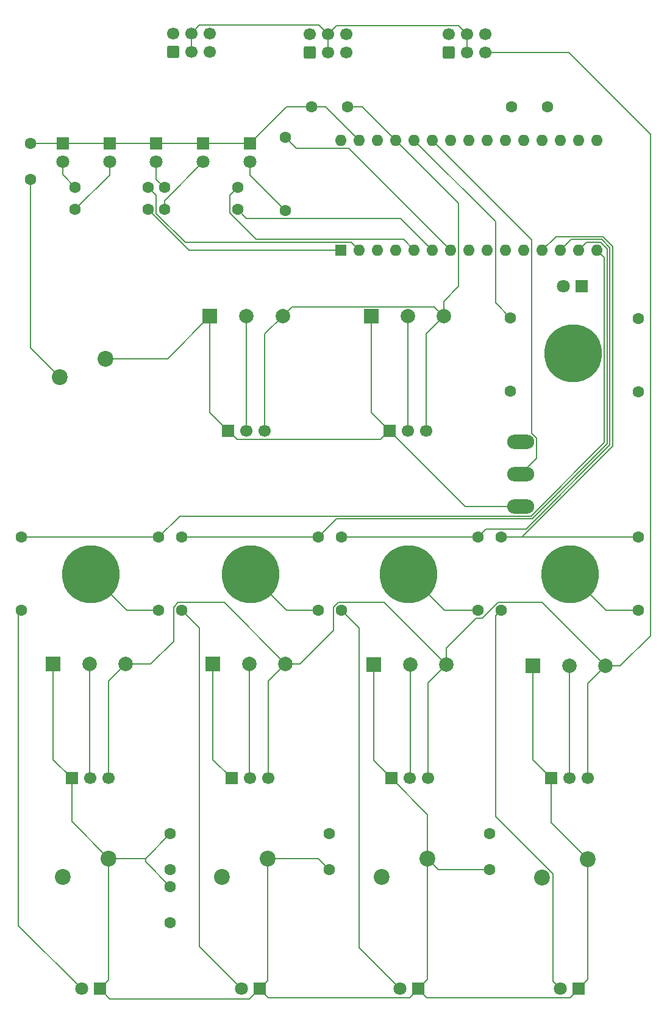
<source format=gbr>
%TF.GenerationSoftware,KiCad,Pcbnew,9.0.6*%
%TF.CreationDate,2026-01-21T23:10:30+11:00*%
%TF.ProjectId,pattern-sequencer,70617474-6572-46e2-9d73-657175656e63,rev?*%
%TF.SameCoordinates,Original*%
%TF.FileFunction,Copper,L2,Bot*%
%TF.FilePolarity,Positive*%
%FSLAX46Y46*%
G04 Gerber Fmt 4.6, Leading zero omitted, Abs format (unit mm)*
G04 Created by KiCad (PCBNEW 9.0.6) date 2026-01-21 23:10:30*
%MOMM*%
%LPD*%
G01*
G04 APERTURE LIST*
G04 Aperture macros list*
%AMRoundRect*
0 Rectangle with rounded corners*
0 $1 Rounding radius*
0 $2 $3 $4 $5 $6 $7 $8 $9 X,Y pos of 4 corners*
0 Add a 4 corners polygon primitive as box body*
4,1,4,$2,$3,$4,$5,$6,$7,$8,$9,$2,$3,0*
0 Add four circle primitives for the rounded corners*
1,1,$1+$1,$2,$3*
1,1,$1+$1,$4,$5*
1,1,$1+$1,$6,$7*
1,1,$1+$1,$8,$9*
0 Add four rect primitives between the rounded corners*
20,1,$1+$1,$2,$3,$4,$5,0*
20,1,$1+$1,$4,$5,$6,$7,0*
20,1,$1+$1,$6,$7,$8,$9,0*
20,1,$1+$1,$8,$9,$2,$3,0*%
G04 Aperture macros list end*
%TA.AperFunction,ComponentPad*%
%ADD10C,2.200000*%
%TD*%
%TA.AperFunction,ComponentPad*%
%ADD11R,1.800000X1.800000*%
%TD*%
%TA.AperFunction,ComponentPad*%
%ADD12C,1.800000*%
%TD*%
%TA.AperFunction,ComponentPad*%
%ADD13C,1.600000*%
%TD*%
%TA.AperFunction,ComponentPad*%
%ADD14RoundRect,0.250000X0.600000X-0.600000X0.600000X0.600000X-0.600000X0.600000X-0.600000X-0.600000X0*%
%TD*%
%TA.AperFunction,ComponentPad*%
%ADD15C,1.700000*%
%TD*%
%TA.AperFunction,ComponentPad*%
%ADD16R,2.000000X2.000000*%
%TD*%
%TA.AperFunction,ComponentPad*%
%ADD17C,2.000000*%
%TD*%
%TA.AperFunction,ComponentPad*%
%ADD18R,1.700000X1.700000*%
%TD*%
%TA.AperFunction,ComponentPad*%
%ADD19C,8.000000*%
%TD*%
%TA.AperFunction,ComponentPad*%
%ADD20R,1.600000X1.600000*%
%TD*%
%TA.AperFunction,ComponentPad*%
%ADD21O,1.600000X1.600000*%
%TD*%
%TA.AperFunction,ComponentPad*%
%ADD22O,3.750000X2.000000*%
%TD*%
%TA.AperFunction,Conductor*%
%ADD23C,0.200000*%
%TD*%
G04 APERTURE END LIST*
D10*
%TO.P,SW2,1,1*%
%TO.N,GND*%
X97650000Y-140160000D03*
%TO.P,SW2,2,2*%
%TO.N,Net-(A1-D6)*%
X91300000Y-142700000D03*
%TD*%
D11*
%TO.P,D8,1,K*%
%TO.N,GND*%
X82200000Y-40925000D03*
D12*
%TO.P,D8,2,A*%
%TO.N,Net-(D8-A)*%
X82200000Y-43465000D03*
%TD*%
D13*
%TO.P,R7,1*%
%TO.N,Net-(D4-A)*%
X130100000Y-105680000D03*
%TO.P,R7,2*%
%TO.N,Net-(A1-D9)*%
X130100000Y-95520000D03*
%TD*%
%TO.P,R6,1*%
%TO.N,Net-(J8-Pin_1)*%
X126900000Y-105680000D03*
%TO.P,R6,2*%
%TO.N,Net-(A1-D10)*%
X126900000Y-95520000D03*
%TD*%
%TO.P,C5,1*%
%TO.N,Net-(A1-D8)*%
X128500000Y-136700000D03*
%TO.P,C5,2*%
%TO.N,GND*%
X128500000Y-141700000D03*
%TD*%
D14*
%TO.P,J1,1,Pin_1*%
%TO.N,12V*%
X84520000Y-28200000D03*
D15*
%TO.P,J1,2,Pin_2*%
%TO.N,-12V*%
X84520000Y-25660000D03*
%TO.P,J1,3,Pin_3*%
%TO.N,GND*%
X87060000Y-28200000D03*
%TO.P,J1,4,Pin_4*%
X87060000Y-25660000D03*
%TO.P,J1,5,Pin_5*%
%TO.N,5V*%
X89600000Y-28200000D03*
%TO.P,J1,6,Pin_6*%
%TO.N,unconnected-(J1-Pin_6-Pad6)*%
X89600000Y-25660000D03*
%TD*%
D16*
%TO.P,J14,1,Pin_1*%
%TO.N,GND*%
X134520000Y-113400000D03*
D17*
%TO.P,J14,2,Pin_2*%
%TO.N,Net-(A1-A5)*%
X139600000Y-113400000D03*
%TO.P,J14,3,Pin_3*%
%TO.N,5V*%
X144600000Y-113400000D03*
%TD*%
D13*
%TO.P,C6,1*%
%TO.N,Net-(A1-D13)*%
X64700000Y-45900000D03*
%TO.P,C6,2*%
%TO.N,GND*%
X64700000Y-40900000D03*
%TD*%
%TO.P,R11,1*%
%TO.N,Net-(D6-A)*%
X70920000Y-46985000D03*
%TO.P,R11,2*%
%TO.N,Net-(A1-D0{slash}RX)*%
X81080000Y-46985000D03*
%TD*%
%TO.P,R3,1*%
%TO.N,Net-(D2-A)*%
X85700000Y-105700000D03*
%TO.P,R3,2*%
%TO.N,Net-(A1-D11)*%
X85700000Y-95540000D03*
%TD*%
D10*
%TO.P,SW1,1,1*%
%TO.N,GND*%
X75600000Y-140100000D03*
%TO.P,SW1,2,2*%
%TO.N,Net-(A1-D5)*%
X69250000Y-142640000D03*
%TD*%
D11*
%TO.P,D6,1,K*%
%TO.N,GND*%
X69200000Y-40925000D03*
D12*
%TO.P,D6,2,A*%
%TO.N,Net-(D6-A)*%
X69200000Y-43465000D03*
%TD*%
D13*
%TO.P,R14,1*%
%TO.N,Net-(D9-A)*%
X83320000Y-50085000D03*
%TO.P,R14,2*%
%TO.N,Net-(A1-D3)*%
X93480000Y-50085000D03*
%TD*%
%TO.P,C2,1*%
%TO.N,Net-(A1-D5)*%
X84100000Y-141700000D03*
%TO.P,C2,2*%
%TO.N,GND*%
X84100000Y-136700000D03*
%TD*%
%TO.P,R8,1*%
%TO.N,Net-(J9-Pin_1)*%
X149100000Y-105700000D03*
%TO.P,R8,2*%
%TO.N,Net-(A1-D9)*%
X149100000Y-95540000D03*
%TD*%
D11*
%TO.P,D4,1,K*%
%TO.N,GND*%
X140875000Y-158200000D03*
D12*
%TO.P,D4,2,A*%
%TO.N,Net-(D4-A)*%
X138335000Y-158200000D03*
%TD*%
D13*
%TO.P,R5,1*%
%TO.N,Net-(D3-A)*%
X107900000Y-105700000D03*
%TO.P,R5,2*%
%TO.N,Net-(A1-D10)*%
X107900000Y-95540000D03*
%TD*%
D14*
%TO.P,J3,1,Pin_1*%
%TO.N,12V*%
X122800000Y-28300000D03*
D15*
%TO.P,J3,2,Pin_2*%
%TO.N,-12V*%
X122800000Y-25760000D03*
%TO.P,J3,3,Pin_3*%
%TO.N,GND*%
X125340000Y-28300000D03*
%TO.P,J3,4,Pin_4*%
X125340000Y-25760000D03*
%TO.P,J3,5,Pin_5*%
%TO.N,5V*%
X127880000Y-28300000D03*
%TO.P,J3,6,Pin_6*%
%TO.N,unconnected-(J3-Pin_6-Pad6)*%
X127880000Y-25760000D03*
%TD*%
D10*
%TO.P,SW3,1,1*%
%TO.N,GND*%
X119860000Y-140160000D03*
%TO.P,SW3,2,2*%
%TO.N,Net-(A1-D7)*%
X113510000Y-142700000D03*
%TD*%
D13*
%TO.P,R10,1*%
%TO.N,Net-(A1-A7)*%
X149100000Y-65220000D03*
%TO.P,R10,2*%
%TO.N,Net-(J4-Pin_1)*%
X149100000Y-75380000D03*
%TD*%
D16*
%TO.P,J10,1,Pin_1*%
%TO.N,GND*%
X89660000Y-64900000D03*
D17*
%TO.P,J10,2,Pin_2*%
%TO.N,Net-(A1-A1)*%
X94740000Y-64900000D03*
%TO.P,J10,3,Pin_3*%
%TO.N,5V*%
X99740000Y-64900000D03*
%TD*%
D13*
%TO.P,C3,1*%
%TO.N,Net-(A1-D6)*%
X84100000Y-149000000D03*
%TO.P,C3,2*%
%TO.N,GND*%
X84100000Y-144000000D03*
%TD*%
D11*
%TO.P,D5,1,K*%
%TO.N,GND*%
X141300000Y-60680000D03*
D12*
%TO.P,D5,2,A*%
%TO.N,Net-(D5-A)*%
X138760000Y-60680000D03*
%TD*%
D16*
%TO.P,J5,1,Pin_1*%
%TO.N,GND*%
X112020000Y-64900000D03*
D17*
%TO.P,J5,2,Pin_2*%
%TO.N,Net-(A1-A0)*%
X117100000Y-64900000D03*
%TO.P,J5,3,Pin_3*%
%TO.N,5V*%
X122100000Y-64900000D03*
%TD*%
D18*
%TO.P,RV2,1,1*%
%TO.N,GND*%
X92200000Y-80812500D03*
D15*
%TO.P,RV2,2,2*%
%TO.N,Net-(A1-A1)*%
X94740000Y-80812500D03*
%TO.P,RV2,3,3*%
%TO.N,5V*%
X97280000Y-80812500D03*
%TD*%
D11*
%TO.P,D3,1,K*%
%TO.N,GND*%
X118575000Y-158200000D03*
D12*
%TO.P,D3,2,A*%
%TO.N,Net-(D3-A)*%
X116035000Y-158200000D03*
%TD*%
D11*
%TO.P,D10,1,K*%
%TO.N,GND*%
X95200000Y-40925000D03*
D12*
%TO.P,D10,2,A*%
%TO.N,Net-(D10-A)*%
X95200000Y-43465000D03*
%TD*%
D10*
%TO.P,SW5,1,1*%
%TO.N,GND*%
X75100000Y-70820000D03*
%TO.P,SW5,2,2*%
%TO.N,Net-(A1-D13)*%
X68750000Y-73360000D03*
%TD*%
D13*
%TO.P,R13,1*%
%TO.N,Net-(D8-A)*%
X83320000Y-46985000D03*
%TO.P,R13,2*%
%TO.N,Net-(A1-D2)*%
X93480000Y-46985000D03*
%TD*%
%TO.P,R4,1*%
%TO.N,Net-(J7-Pin_1)*%
X104700000Y-105700000D03*
%TO.P,R4,2*%
%TO.N,Net-(A1-D11)*%
X104700000Y-95540000D03*
%TD*%
D19*
%TO.P,J8,1,Pin_1*%
%TO.N,Net-(J8-Pin_1)*%
X117200000Y-100700000D03*
%TD*%
D18*
%TO.P,RV4,1,1*%
%TO.N,GND*%
X92660000Y-129000000D03*
D15*
%TO.P,RV4,2,2*%
%TO.N,Net-(A1-A3)*%
X95200000Y-129000000D03*
%TO.P,RV4,3,3*%
%TO.N,5V*%
X97740000Y-129000000D03*
%TD*%
D19*
%TO.P,J6,1,Pin_1*%
%TO.N,Net-(J6-Pin_1)*%
X73100000Y-100700000D03*
%TD*%
D11*
%TO.P,D2,1,K*%
%TO.N,GND*%
X96550000Y-158200000D03*
D12*
%TO.P,D2,2,A*%
%TO.N,Net-(D2-A)*%
X94010000Y-158200000D03*
%TD*%
D13*
%TO.P,R12,1*%
%TO.N,Net-(D7-A)*%
X70920000Y-50085000D03*
%TO.P,R12,2*%
%TO.N,Net-(A1-D1{slash}TX)*%
X81080000Y-50085000D03*
%TD*%
%TO.P,R2,1*%
%TO.N,Net-(J6-Pin_1)*%
X82500000Y-105700000D03*
%TO.P,R2,2*%
%TO.N,Net-(A1-D12)*%
X82500000Y-95540000D03*
%TD*%
%TO.P,R15,1*%
%TO.N,Net-(D10-A)*%
X100100000Y-50185000D03*
%TO.P,R15,2*%
%TO.N,Net-(A1-D4)*%
X100100000Y-40025000D03*
%TD*%
D10*
%TO.P,SW4,1,1*%
%TO.N,GND*%
X142150000Y-140200000D03*
%TO.P,SW4,2,2*%
%TO.N,Net-(A1-D8)*%
X135800000Y-142740000D03*
%TD*%
D18*
%TO.P,RV5,1,1*%
%TO.N,GND*%
X114860000Y-129000000D03*
D15*
%TO.P,RV5,2,2*%
%TO.N,Net-(A1-A4)*%
X117400000Y-129000000D03*
%TO.P,RV5,3,3*%
%TO.N,5V*%
X119940000Y-129000000D03*
%TD*%
D13*
%TO.P,C7,1*%
%TO.N,GND*%
X103720000Y-35800000D03*
%TO.P,C7,2*%
%TO.N,5V*%
X108720000Y-35800000D03*
%TD*%
D11*
%TO.P,D1,1,K*%
%TO.N,GND*%
X74375000Y-158200000D03*
D12*
%TO.P,D1,2,A*%
%TO.N,Net-(D1-A)*%
X71835000Y-158200000D03*
%TD*%
D13*
%TO.P,R1,1*%
%TO.N,Net-(D1-A)*%
X63500000Y-105680000D03*
%TO.P,R1,2*%
%TO.N,Net-(A1-D12)*%
X63500000Y-95520000D03*
%TD*%
%TO.P,R9,1*%
%TO.N,Net-(D5-A)*%
X131400000Y-75280000D03*
%TO.P,R9,2*%
%TO.N,Net-(A1-A7)*%
X131400000Y-65120000D03*
%TD*%
%TO.P,C1,1*%
%TO.N,GND*%
X136520000Y-35800000D03*
%TO.P,C1,2*%
%TO.N,Net-(A1-AREF)*%
X131520000Y-35800000D03*
%TD*%
D16*
%TO.P,J11,1,Pin_1*%
%TO.N,GND*%
X67870000Y-113112500D03*
D17*
%TO.P,J11,2,Pin_2*%
%TO.N,Net-(A1-A2)*%
X72950000Y-113112500D03*
%TO.P,J11,3,Pin_3*%
%TO.N,5V*%
X77950000Y-113112500D03*
%TD*%
D20*
%TO.P,A1,1,D1/TX*%
%TO.N,Net-(A1-D1{slash}TX)*%
X107860000Y-55740000D03*
D21*
%TO.P,A1,2,D0/RX*%
%TO.N,Net-(A1-D0{slash}RX)*%
X110400000Y-55740000D03*
%TO.P,A1,3,~{RESET}*%
%TO.N,unconnected-(A1-~{RESET}-Pad3)*%
X112940000Y-55740000D03*
%TO.P,A1,4,GND*%
%TO.N,GND*%
X115480000Y-55740000D03*
%TO.P,A1,5,D2*%
%TO.N,Net-(A1-D2)*%
X118020000Y-55740000D03*
%TO.P,A1,6,D3*%
%TO.N,Net-(A1-D3)*%
X120560000Y-55740000D03*
%TO.P,A1,7,D4*%
%TO.N,Net-(A1-D4)*%
X123100000Y-55740000D03*
%TO.P,A1,8,D5*%
%TO.N,Net-(A1-D5)*%
X125640000Y-55740000D03*
%TO.P,A1,9,D6*%
%TO.N,Net-(A1-D6)*%
X128180000Y-55740000D03*
%TO.P,A1,10,D7*%
%TO.N,Net-(A1-D7)*%
X130720000Y-55740000D03*
%TO.P,A1,11,D8*%
%TO.N,Net-(A1-D8)*%
X133260000Y-55740000D03*
%TO.P,A1,12,D9*%
%TO.N,Net-(A1-D9)*%
X135800000Y-55740000D03*
%TO.P,A1,13,D10*%
%TO.N,Net-(A1-D10)*%
X138340000Y-55740000D03*
%TO.P,A1,14,D11*%
%TO.N,Net-(A1-D11)*%
X140880000Y-55740000D03*
%TO.P,A1,15,D12*%
%TO.N,Net-(A1-D12)*%
X143420000Y-55740000D03*
%TO.P,A1,16,D13*%
%TO.N,Net-(A1-D13)*%
X143420000Y-40500000D03*
%TO.P,A1,17,3V3*%
%TO.N,unconnected-(A1-3V3-Pad17)*%
X140880000Y-40500000D03*
%TO.P,A1,18,AREF*%
%TO.N,Net-(A1-AREF)*%
X138340000Y-40500000D03*
%TO.P,A1,19,A0*%
%TO.N,Net-(A1-A0)*%
X135800000Y-40500000D03*
%TO.P,A1,20,A1*%
%TO.N,Net-(A1-A1)*%
X133260000Y-40500000D03*
%TO.P,A1,21,A2*%
%TO.N,Net-(A1-A2)*%
X130720000Y-40500000D03*
%TO.P,A1,22,A3*%
%TO.N,Net-(A1-A3)*%
X128180000Y-40500000D03*
%TO.P,A1,23,A4*%
%TO.N,Net-(A1-A4)*%
X125640000Y-40500000D03*
%TO.P,A1,24,A5*%
%TO.N,Net-(A1-A5)*%
X123100000Y-40500000D03*
%TO.P,A1,25,A6*%
%TO.N,Net-(A1-A6)*%
X120560000Y-40500000D03*
%TO.P,A1,26,A7*%
%TO.N,Net-(A1-A7)*%
X118020000Y-40500000D03*
%TO.P,A1,27,+5V*%
%TO.N,5V*%
X115480000Y-40500000D03*
%TO.P,A1,28,~{RESET}*%
%TO.N,unconnected-(A1-~{RESET}-Pad28)*%
X112940000Y-40500000D03*
%TO.P,A1,29,GND*%
%TO.N,GND*%
X110400000Y-40500000D03*
%TO.P,A1,30,VIN*%
%TO.N,unconnected-(A1-VIN-Pad30)*%
X107860000Y-40500000D03*
%TD*%
D18*
%TO.P,RV6,1,1*%
%TO.N,GND*%
X137060000Y-129000000D03*
D15*
%TO.P,RV6,2,2*%
%TO.N,Net-(A1-A5)*%
X139600000Y-129000000D03*
%TO.P,RV6,3,3*%
%TO.N,5V*%
X142140000Y-129000000D03*
%TD*%
D22*
%TO.P,SW6,1,C*%
%TO.N,unconnected-(SW6-C-Pad1)*%
X132800000Y-82300000D03*
%TO.P,SW6,2,B*%
%TO.N,Net-(A1-A6)*%
X132800000Y-86800000D03*
%TO.P,SW6,3,A*%
%TO.N,GND*%
X132800000Y-91300000D03*
%TD*%
D13*
%TO.P,C4,1*%
%TO.N,Net-(A1-D7)*%
X106200000Y-136700000D03*
%TO.P,C4,2*%
%TO.N,GND*%
X106200000Y-141700000D03*
%TD*%
D19*
%TO.P,J9,1,Pin_1*%
%TO.N,Net-(J9-Pin_1)*%
X139624938Y-100700000D03*
%TD*%
D11*
%TO.P,D9,1,K*%
%TO.N,GND*%
X88700000Y-40925000D03*
D12*
%TO.P,D9,2,A*%
%TO.N,Net-(D9-A)*%
X88700000Y-43465000D03*
%TD*%
D18*
%TO.P,RV3,1,1*%
%TO.N,GND*%
X70460000Y-129000000D03*
D15*
%TO.P,RV3,2,2*%
%TO.N,Net-(A1-A2)*%
X73000000Y-129000000D03*
%TO.P,RV3,3,3*%
%TO.N,5V*%
X75540000Y-129000000D03*
%TD*%
D16*
%TO.P,J12,1,Pin_1*%
%TO.N,GND*%
X90070000Y-113112500D03*
D17*
%TO.P,J12,2,Pin_2*%
%TO.N,Net-(A1-A3)*%
X95150000Y-113112500D03*
%TO.P,J12,3,Pin_3*%
%TO.N,5V*%
X100150000Y-113112500D03*
%TD*%
D14*
%TO.P,J2,1,Pin_1*%
%TO.N,12V*%
X103520000Y-28300000D03*
D15*
%TO.P,J2,2,Pin_2*%
%TO.N,-12V*%
X103520000Y-25760000D03*
%TO.P,J2,3,Pin_3*%
%TO.N,GND*%
X106060000Y-28300000D03*
%TO.P,J2,4,Pin_4*%
X106060000Y-25760000D03*
%TO.P,J2,5,Pin_5*%
%TO.N,5V*%
X108600000Y-28300000D03*
%TO.P,J2,6,Pin_6*%
%TO.N,unconnected-(J2-Pin_6-Pad6)*%
X108600000Y-25760000D03*
%TD*%
D16*
%TO.P,J13,1,Pin_1*%
%TO.N,GND*%
X112370000Y-113212500D03*
D17*
%TO.P,J13,2,Pin_2*%
%TO.N,Net-(A1-A4)*%
X117450000Y-113212500D03*
%TO.P,J13,3,Pin_3*%
%TO.N,5V*%
X122450000Y-113212500D03*
%TD*%
D19*
%TO.P,J4,1,Pin_1*%
%TO.N,Net-(J4-Pin_1)*%
X140100000Y-70000000D03*
%TD*%
D11*
%TO.P,D7,1,K*%
%TO.N,GND*%
X75700000Y-40925000D03*
D12*
%TO.P,D7,2,A*%
%TO.N,Net-(D7-A)*%
X75700000Y-43465000D03*
%TD*%
D19*
%TO.P,J7,1,Pin_1*%
%TO.N,Net-(J7-Pin_1)*%
X95300000Y-100700000D03*
%TD*%
D18*
%TO.P,RV1,1,1*%
%TO.N,GND*%
X114560000Y-80800000D03*
D15*
%TO.P,RV1,2,2*%
%TO.N,Net-(A1-A0)*%
X117100000Y-80800000D03*
%TO.P,RV1,3,3*%
%TO.N,5V*%
X119640000Y-80800000D03*
%TD*%
D23*
%TO.N,Net-(A1-D4)*%
X123100000Y-55740000D02*
X108961000Y-41601000D01*
X101676000Y-41601000D02*
X100100000Y-40025000D01*
X108961000Y-41601000D02*
X101676000Y-41601000D01*
%TO.N,5V*%
X139499000Y-28300000D02*
X127880000Y-28300000D01*
X126616976Y-106781000D02*
X127441950Y-106781000D01*
X107443950Y-104599000D02*
X113836500Y-104599000D01*
X122100000Y-62797976D02*
X122100000Y-64900000D01*
X102189524Y-113112500D02*
X106799000Y-108503024D01*
X119940000Y-115722500D02*
X119940000Y-129000000D01*
X77950000Y-113112500D02*
X75540000Y-115522500D01*
X84599000Y-109961500D02*
X84599000Y-105243950D01*
X85243950Y-104599000D02*
X91636500Y-104599000D01*
X110780000Y-35800000D02*
X115480000Y-40500000D01*
X91636500Y-104599000D02*
X100150000Y-113112500D01*
X75540000Y-115522500D02*
X75540000Y-129000000D01*
X144600000Y-113400000D02*
X146600000Y-113400000D01*
X144600000Y-113400000D02*
X142140000Y-115860000D01*
X100150000Y-113112500D02*
X97740000Y-115522500D01*
X99740000Y-64900000D02*
X101041000Y-63599000D01*
X120799000Y-63599000D02*
X122100000Y-64900000D01*
X101041000Y-63599000D02*
X120799000Y-63599000D01*
X97740000Y-115522500D02*
X97740000Y-129000000D01*
X106799000Y-105243950D02*
X107443950Y-104599000D01*
X106799000Y-108503024D02*
X106799000Y-105243950D01*
X113836500Y-104599000D02*
X122450000Y-113212500D01*
X122450000Y-113212500D02*
X122450000Y-110947976D01*
X129643950Y-104579000D02*
X135779000Y-104579000D01*
X119640000Y-67360000D02*
X119640000Y-80800000D01*
X142140000Y-115860000D02*
X142140000Y-129000000D01*
X124201000Y-49221000D02*
X124201000Y-60696976D01*
X135779000Y-104579000D02*
X144600000Y-113400000D01*
X115480000Y-40500000D02*
X124201000Y-49221000D01*
X122450000Y-110947976D02*
X126616976Y-106781000D01*
X77950000Y-113112500D02*
X81448000Y-113112500D01*
X122450000Y-113212500D02*
X119940000Y-115722500D01*
X97280000Y-67360000D02*
X97280000Y-80812500D01*
X150799000Y-39600000D02*
X139499000Y-28300000D01*
X84599000Y-105243950D02*
X85243950Y-104599000D01*
X81448000Y-113112500D02*
X84599000Y-109961500D01*
X127441950Y-106781000D02*
X129643950Y-104579000D01*
X124201000Y-60696976D02*
X122100000Y-62797976D01*
X108720000Y-35800000D02*
X110780000Y-35800000D01*
X122100000Y-64900000D02*
X119640000Y-67360000D01*
X99740000Y-64900000D02*
X97280000Y-67360000D01*
X150799000Y-109201000D02*
X150799000Y-39600000D01*
X100150000Y-113112500D02*
X102189524Y-113112500D01*
X146600000Y-113400000D02*
X150799000Y-109201000D01*
%TO.N,Net-(A1-D1{slash}TX)*%
X107860000Y-55740000D02*
X86735000Y-55740000D01*
X86735000Y-55740000D02*
X81080000Y-50085000D01*
%TO.N,Net-(A1-A0)*%
X117100000Y-64900000D02*
X117100000Y-80800000D01*
%TO.N,Net-(A1-D2)*%
X92379000Y-50541050D02*
X92379000Y-48086000D01*
X92379000Y-48086000D02*
X93480000Y-46985000D01*
X118020000Y-55740000D02*
X116518000Y-54238000D01*
X96075950Y-54238000D02*
X92379000Y-50541050D01*
X116518000Y-54238000D02*
X96075950Y-54238000D01*
%TO.N,Net-(A1-A5)*%
X139600000Y-113400000D02*
X139600000Y-129000000D01*
%TO.N,Net-(A1-A7)*%
X118020000Y-40500000D02*
X129300000Y-51780000D01*
X129300000Y-51780000D02*
X129300000Y-63020000D01*
X129300000Y-63020000D02*
X131400000Y-65120000D01*
%TO.N,Net-(A1-A4)*%
X117450000Y-113212500D02*
X117450000Y-128950000D01*
X117450000Y-128950000D02*
X117400000Y-129000000D01*
%TO.N,Net-(A1-D0{slash}RX)*%
X82181000Y-48086000D02*
X81080000Y-46985000D01*
X109299000Y-54639000D02*
X86201100Y-54639000D01*
X110400000Y-55740000D02*
X109299000Y-54639000D01*
X82181000Y-50618900D02*
X82181000Y-48086000D01*
X86201100Y-54639000D02*
X82181000Y-50618900D01*
%TO.N,GND*%
X134520000Y-126460000D02*
X137060000Y-129000000D01*
X142150000Y-140200000D02*
X142150000Y-156925000D01*
X119860000Y-140160000D02*
X119860000Y-134000000D01*
X117374000Y-159401000D02*
X97751000Y-159401000D01*
X119776000Y-159401000D02*
X118575000Y-158200000D01*
X70460000Y-129000000D02*
X70460000Y-134960000D01*
X90070000Y-126410000D02*
X92660000Y-129000000D01*
X112370000Y-113212500D02*
X112370000Y-126510000D01*
X90070000Y-113112500D02*
X90070000Y-126410000D01*
X106060000Y-25760000D02*
X107211000Y-24609000D01*
X93387500Y-82000000D02*
X113360000Y-82000000D01*
X96550000Y-158200000D02*
X95150000Y-159600000D01*
X119860000Y-134000000D02*
X114860000Y-129000000D01*
X137060000Y-135110000D02*
X142150000Y-140200000D01*
X75600000Y-140100000D02*
X75600000Y-156975000D01*
X95150000Y-159600000D02*
X75775000Y-159600000D01*
X121400000Y-141700000D02*
X119860000Y-140160000D01*
X106060000Y-25760000D02*
X106060000Y-28300000D01*
X97751000Y-159401000D02*
X96550000Y-158200000D01*
X64700000Y-40900000D02*
X95175000Y-40900000D01*
X142150000Y-156925000D02*
X140875000Y-158200000D01*
X112370000Y-126510000D02*
X114860000Y-129000000D01*
X89660000Y-78272500D02*
X92200000Y-80812500D01*
X100325000Y-35800000D02*
X103720000Y-35800000D01*
X128500000Y-141700000D02*
X121400000Y-141700000D01*
X113360000Y-82000000D02*
X114560000Y-80800000D01*
X97650000Y-140160000D02*
X104660000Y-140160000D01*
X118575000Y-158200000D02*
X117374000Y-159401000D01*
X119860000Y-140160000D02*
X119860000Y-156915000D01*
X134520000Y-113400000D02*
X134520000Y-126460000D01*
X89660000Y-64900000D02*
X89660000Y-78272500D01*
X67870000Y-126410000D02*
X70460000Y-129000000D01*
X95175000Y-40900000D02*
X95200000Y-40925000D01*
X139674000Y-159401000D02*
X119776000Y-159401000D01*
X87060000Y-25660000D02*
X88211000Y-24509000D01*
X119860000Y-156915000D02*
X118575000Y-158200000D01*
X83740000Y-70820000D02*
X89660000Y-64900000D01*
X70460000Y-134960000D02*
X75600000Y-140100000D01*
X67870000Y-113112500D02*
X67870000Y-126410000D01*
X84100000Y-144000000D02*
X80700000Y-140600000D01*
X75600000Y-140100000D02*
X80700000Y-140100000D01*
X92200000Y-80812500D02*
X93387500Y-82000000D01*
X112020000Y-78260000D02*
X114560000Y-80800000D01*
X125340000Y-25760000D02*
X125340000Y-28300000D01*
X114560000Y-80800000D02*
X125060000Y-91300000D01*
X75600000Y-156975000D02*
X74375000Y-158200000D01*
X97650000Y-140160000D02*
X97650000Y-157100000D01*
X97650000Y-157100000D02*
X96550000Y-158200000D01*
X112020000Y-64900000D02*
X112020000Y-78260000D01*
X104660000Y-140160000D02*
X106200000Y-141700000D01*
X75100000Y-70820000D02*
X83740000Y-70820000D01*
X104809000Y-24509000D02*
X106060000Y-25760000D01*
X137060000Y-129000000D02*
X137060000Y-135110000D01*
X140875000Y-158200000D02*
X139674000Y-159401000D01*
X107211000Y-24609000D02*
X124189000Y-24609000D01*
X88211000Y-24509000D02*
X104809000Y-24509000D01*
X95200000Y-40925000D02*
X100325000Y-35800000D01*
X75775000Y-159600000D02*
X74375000Y-158200000D01*
X103720000Y-35800000D02*
X105700000Y-35800000D01*
X105700000Y-35800000D02*
X110400000Y-40500000D01*
X87060000Y-25660000D02*
X87060000Y-28200000D01*
X80700000Y-140100000D02*
X84100000Y-136700000D01*
X124189000Y-24609000D02*
X125340000Y-25760000D01*
X125060000Y-91300000D02*
X132800000Y-91300000D01*
X80700000Y-140600000D02*
X80700000Y-140100000D01*
%TO.N,Net-(A1-A2)*%
X72950000Y-113112500D02*
X72950000Y-128950000D01*
X72950000Y-128950000D02*
X73000000Y-129000000D01*
%TO.N,Net-(A1-A3)*%
X95150000Y-128950000D02*
X95200000Y-129000000D01*
X95150000Y-113112500D02*
X95150000Y-128950000D01*
%TO.N,Net-(A1-A1)*%
X94740000Y-64900000D02*
X94740000Y-80812500D01*
%TO.N,Net-(A1-D12)*%
X82500000Y-95540000D02*
X63520000Y-95540000D01*
X144401000Y-82413892D02*
X144401000Y-56721000D01*
X134213892Y-92601000D02*
X144401000Y-82413892D01*
X82500000Y-95540000D02*
X85439000Y-92601000D01*
X144401000Y-56721000D02*
X143420000Y-55740000D01*
X63520000Y-95540000D02*
X63500000Y-95520000D01*
X85439000Y-92601000D02*
X134213892Y-92601000D01*
%TO.N,Net-(A1-A6)*%
X120560000Y-40500000D02*
X134361000Y-54301000D01*
X135000000Y-81785108D02*
X135000000Y-84600000D01*
X135000000Y-84600000D02*
X132800000Y-86800000D01*
X134361000Y-54301000D02*
X134361000Y-81146108D01*
X134361000Y-81146108D02*
X135000000Y-81785108D01*
%TO.N,Net-(A1-D9)*%
X132996192Y-95520000D02*
X145604000Y-82912192D01*
X137703000Y-53837000D02*
X135800000Y-55740000D01*
X145604000Y-82912192D02*
X145604000Y-55232750D01*
X145604000Y-55232750D02*
X144208250Y-53837000D01*
X130100000Y-95520000D02*
X149080000Y-95520000D01*
X144208250Y-53837000D02*
X137703000Y-53837000D01*
X130100000Y-95520000D02*
X132996192Y-95520000D01*
X149080000Y-95520000D02*
X149100000Y-95540000D01*
%TO.N,Net-(A1-D10)*%
X126900000Y-95520000D02*
X107920000Y-95520000D01*
X133530092Y-94419000D02*
X145203000Y-82746092D01*
X126900000Y-95520000D02*
X128001000Y-94419000D01*
X145203000Y-82746092D02*
X145203000Y-55398850D01*
X145203000Y-55398850D02*
X144042150Y-54238000D01*
X144042150Y-54238000D02*
X139842000Y-54238000D01*
X107920000Y-95520000D02*
X107900000Y-95540000D01*
X128001000Y-94419000D02*
X133530092Y-94419000D01*
X139842000Y-54238000D02*
X138340000Y-55740000D01*
%TO.N,Net-(A1-D3)*%
X120560000Y-55740000D02*
X116106000Y-51286000D01*
X94681000Y-51286000D02*
X93480000Y-50085000D01*
X116106000Y-51286000D02*
X94681000Y-51286000D01*
%TO.N,Net-(A1-D11)*%
X134379992Y-93002000D02*
X144802000Y-82579992D01*
X144802000Y-55564950D02*
X143876050Y-54639000D01*
X104700000Y-95540000D02*
X107238000Y-93002000D01*
X141981000Y-54639000D02*
X140880000Y-55740000D01*
X104700000Y-95540000D02*
X85700000Y-95540000D01*
X107238000Y-93002000D02*
X134379992Y-93002000D01*
X143876050Y-54639000D02*
X141981000Y-54639000D01*
X144802000Y-82579992D02*
X144802000Y-55564950D01*
%TO.N,Net-(A1-D13)*%
X64700000Y-45900000D02*
X64700000Y-69310000D01*
X64700000Y-69310000D02*
X68750000Y-73360000D01*
%TO.N,Net-(D1-A)*%
X63049000Y-149414000D02*
X63049000Y-106131000D01*
X71835000Y-158200000D02*
X63049000Y-149414000D01*
X63049000Y-106131000D02*
X63500000Y-105680000D01*
%TO.N,Net-(D2-A)*%
X94010000Y-158200000D02*
X88151000Y-152341000D01*
X88151000Y-152341000D02*
X88151000Y-108151000D01*
X88151000Y-108151000D02*
X85700000Y-105700000D01*
%TO.N,Net-(D3-A)*%
X110351000Y-108151000D02*
X107900000Y-105700000D01*
X116035000Y-158200000D02*
X110351000Y-152516000D01*
X110351000Y-152516000D02*
X110351000Y-108151000D01*
%TO.N,Net-(D4-A)*%
X137259000Y-142217686D02*
X137259000Y-157124000D01*
X129300001Y-106479999D02*
X129300001Y-134258687D01*
X137259000Y-157124000D02*
X138335000Y-158200000D01*
X130100000Y-105680000D02*
X129300001Y-106479999D01*
X129300001Y-134258687D02*
X137259000Y-142217686D01*
%TO.N,Net-(D6-A)*%
X69200000Y-43465000D02*
X69200000Y-45265000D01*
X69200000Y-45265000D02*
X70920000Y-46985000D01*
%TO.N,Net-(D7-A)*%
X70920000Y-50085000D02*
X75700000Y-45305000D01*
X75700000Y-45305000D02*
X75700000Y-43465000D01*
%TO.N,Net-(D8-A)*%
X82200000Y-45865000D02*
X83320000Y-46985000D01*
X82200000Y-43465000D02*
X82200000Y-45865000D01*
%TO.N,Net-(D9-A)*%
X83320000Y-48845000D02*
X88700000Y-43465000D01*
X83320000Y-50085000D02*
X83320000Y-48845000D01*
%TO.N,Net-(D10-A)*%
X95200000Y-45285000D02*
X100100000Y-50185000D01*
X95200000Y-43465000D02*
X95200000Y-45285000D01*
%TO.N,Net-(J6-Pin_1)*%
X82500000Y-105700000D02*
X78100000Y-105700000D01*
X78100000Y-105700000D02*
X73100000Y-100700000D01*
%TO.N,Net-(J7-Pin_1)*%
X100300000Y-105700000D02*
X95300000Y-100700000D01*
X104700000Y-105700000D02*
X100300000Y-105700000D01*
%TO.N,Net-(J8-Pin_1)*%
X126900000Y-105680000D02*
X122180000Y-105680000D01*
X122180000Y-105680000D02*
X117200000Y-100700000D01*
%TO.N,Net-(J9-Pin_1)*%
X144624938Y-105700000D02*
X139624938Y-100700000D01*
X149100000Y-105700000D02*
X144624938Y-105700000D01*
%TD*%
M02*

</source>
